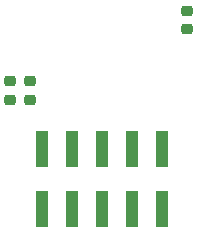
<source format=gbr>
G04 #@! TF.GenerationSoftware,KiCad,Pcbnew,6.0.11-2627ca5db0~126~ubuntu22.04.1*
G04 #@! TF.CreationDate,2023-02-13T20:29:34+01:00*
G04 #@! TF.ProjectId,mre_addon_v2,6d72655f-6164-4646-9f6e-5f76322e6b69,V2.5*
G04 #@! TF.SameCoordinates,Original*
G04 #@! TF.FileFunction,Paste,Bot*
G04 #@! TF.FilePolarity,Positive*
%FSLAX46Y46*%
G04 Gerber Fmt 4.6, Leading zero omitted, Abs format (unit mm)*
G04 Created by KiCad (PCBNEW 6.0.11-2627ca5db0~126~ubuntu22.04.1) date 2023-02-13 20:29:34*
%MOMM*%
%LPD*%
G01*
G04 APERTURE LIST*
G04 Aperture macros list*
%AMRoundRect*
0 Rectangle with rounded corners*
0 $1 Rounding radius*
0 $2 $3 $4 $5 $6 $7 $8 $9 X,Y pos of 4 corners*
0 Add a 4 corners polygon primitive as box body*
4,1,4,$2,$3,$4,$5,$6,$7,$8,$9,$2,$3,0*
0 Add four circle primitives for the rounded corners*
1,1,$1+$1,$2,$3*
1,1,$1+$1,$4,$5*
1,1,$1+$1,$6,$7*
1,1,$1+$1,$8,$9*
0 Add four rect primitives between the rounded corners*
20,1,$1+$1,$2,$3,$4,$5,0*
20,1,$1+$1,$4,$5,$6,$7,0*
20,1,$1+$1,$6,$7,$8,$9,0*
20,1,$1+$1,$8,$9,$2,$3,0*%
G04 Aperture macros list end*
%ADD10RoundRect,0.218750X0.256250X-0.218750X0.256250X0.218750X-0.256250X0.218750X-0.256250X-0.218750X0*%
%ADD11R,1.000000X3.150000*%
G04 APERTURE END LIST*
D10*
X123950000Y-160387500D03*
X123950000Y-158812500D03*
X122300000Y-160387500D03*
X122300000Y-158812500D03*
X137300000Y-154437500D03*
X137300000Y-152862500D03*
D11*
X124968000Y-164581600D03*
X124968000Y-169631600D03*
X127508000Y-164581600D03*
X127508000Y-169631600D03*
X130048000Y-164581600D03*
X130048000Y-169631600D03*
X132588000Y-164581600D03*
X132588000Y-169631600D03*
X135128000Y-164581600D03*
X135128000Y-169631600D03*
M02*

</source>
